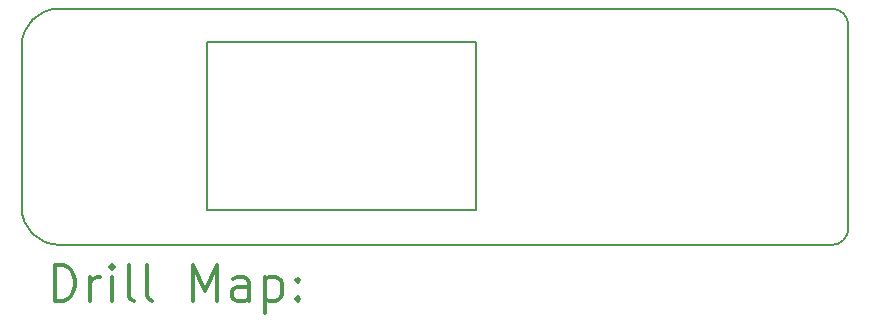
<source format=gbr>
%FSLAX45Y45*%
G04 Gerber Fmt 4.5, Leading zero omitted, Abs format (unit mm)*
G04 Created by KiCad (PCBNEW 5.1.0-unknown-9e240db~82~ubuntu18.04.1) date 2019-04-20 17:34:24*
%MOMM*%
%LPD*%
G04 APERTURE LIST*
%ADD10C,0.150000*%
%ADD11C,0.200000*%
%ADD12C,0.300000*%
G04 APERTURE END LIST*
D10*
X11769610Y-11014360D02*
X18312110Y-11014360D01*
X11769610Y-11014360D02*
G75*
G02X11452110Y-10696860I22J317522D01*
G01*
X15299810Y-9296160D02*
X13019810Y-9296160D01*
X13019810Y-10722160D02*
X15299810Y-10722160D01*
X15299810Y-10722160D02*
X15299810Y-9296160D01*
X13019810Y-9296160D02*
X13019810Y-10722160D01*
X18312110Y-11014360D02*
X18312110Y-11014360D01*
X11452110Y-9331860D02*
X11452110Y-10696860D01*
X18312110Y-9014360D02*
G75*
G02X18452110Y-9154360I17J-139983D01*
G01*
X18452110Y-10629360D02*
X18452110Y-9154360D01*
X11452110Y-9331860D02*
G75*
G02X11769610Y-9014360I317522J-22D01*
G01*
X18452110Y-10874360D02*
G75*
G02X18312110Y-11014360I-139983J-17D01*
G01*
X18452110Y-10874360D02*
X18452110Y-10629360D01*
X18312110Y-9014360D02*
X11769610Y-9014360D01*
D11*
D12*
X11731038Y-11487574D02*
X11731038Y-11187574D01*
X11802467Y-11187574D01*
X11845324Y-11201860D01*
X11873896Y-11230431D01*
X11888181Y-11259003D01*
X11902467Y-11316146D01*
X11902467Y-11359003D01*
X11888181Y-11416146D01*
X11873896Y-11444717D01*
X11845324Y-11473289D01*
X11802467Y-11487574D01*
X11731038Y-11487574D01*
X12031038Y-11487574D02*
X12031038Y-11287574D01*
X12031038Y-11344717D02*
X12045324Y-11316146D01*
X12059610Y-11301860D01*
X12088181Y-11287574D01*
X12116753Y-11287574D01*
X12216753Y-11487574D02*
X12216753Y-11287574D01*
X12216753Y-11187574D02*
X12202467Y-11201860D01*
X12216753Y-11216146D01*
X12231038Y-11201860D01*
X12216753Y-11187574D01*
X12216753Y-11216146D01*
X12402467Y-11487574D02*
X12373896Y-11473289D01*
X12359610Y-11444717D01*
X12359610Y-11187574D01*
X12559610Y-11487574D02*
X12531038Y-11473289D01*
X12516753Y-11444717D01*
X12516753Y-11187574D01*
X12902467Y-11487574D02*
X12902467Y-11187574D01*
X13002467Y-11401860D01*
X13102467Y-11187574D01*
X13102467Y-11487574D01*
X13373896Y-11487574D02*
X13373896Y-11330431D01*
X13359610Y-11301860D01*
X13331038Y-11287574D01*
X13273896Y-11287574D01*
X13245324Y-11301860D01*
X13373896Y-11473289D02*
X13345324Y-11487574D01*
X13273896Y-11487574D01*
X13245324Y-11473289D01*
X13231038Y-11444717D01*
X13231038Y-11416146D01*
X13245324Y-11387574D01*
X13273896Y-11373289D01*
X13345324Y-11373289D01*
X13373896Y-11359003D01*
X13516753Y-11287574D02*
X13516753Y-11587574D01*
X13516753Y-11301860D02*
X13545324Y-11287574D01*
X13602467Y-11287574D01*
X13631038Y-11301860D01*
X13645324Y-11316146D01*
X13659610Y-11344717D01*
X13659610Y-11430431D01*
X13645324Y-11459003D01*
X13631038Y-11473289D01*
X13602467Y-11487574D01*
X13545324Y-11487574D01*
X13516753Y-11473289D01*
X13788181Y-11459003D02*
X13802467Y-11473289D01*
X13788181Y-11487574D01*
X13773896Y-11473289D01*
X13788181Y-11459003D01*
X13788181Y-11487574D01*
X13788181Y-11301860D02*
X13802467Y-11316146D01*
X13788181Y-11330431D01*
X13773896Y-11316146D01*
X13788181Y-11301860D01*
X13788181Y-11330431D01*
M02*

</source>
